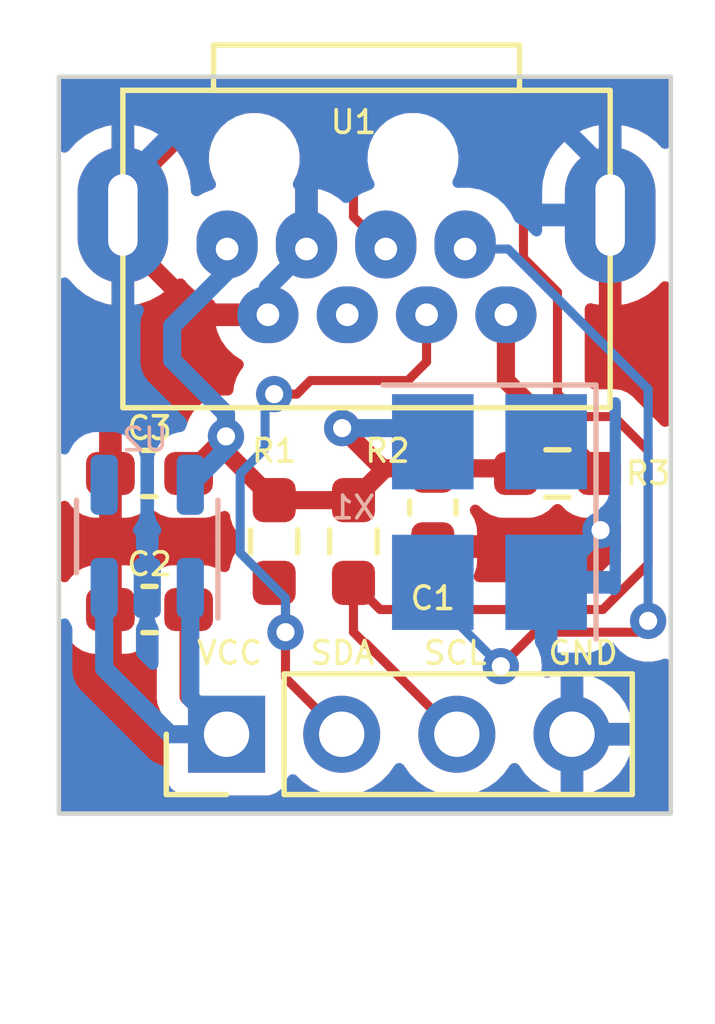
<source format=kicad_pcb>
(kicad_pcb (version 20221018) (generator pcbnew)
  (layers (0 "F.Cu" signal) (31 "B.Cu" signal) (34 "B.Paste" user) (35 "F.Paste" user) (36 "B.SilkS" user "B.Silkscreen") (37 "F.SilkS" user "F.Silkscreen") (38 "B.Mask" user) (39 "F.Mask" user) (44 "Edge.Cuts" user))
  (net 0 "")
  (net 1 "+3.3V")
  (net 2 "GND")
  (net 3 "+5V")
  (net 4 "/SDA")
  (net 5 "/SCL")
  (net 6 "Net-(U1-RESET)")
  (net 8 "/CLK")
  (footprint "Capacitor_SMD:C_0603_1608Metric_Pad1.08x0.95mm_HandSolder" (layer "F.Cu") (at 157 87.5 -90)
    (fp_text reference "C1" (at 2 0 -180) (layer "F.SilkS") (effects (font (size 0.5 0.5) (thickness 0.08))))
    (fp_text value "0.1uF")
    (fp_line (start -0.146267 -0.51) (end 0.146267 -0.51) (stroke (width 0.12)) (layer "F.SilkS"))
    (fp_line (start -0.146267 0.51) (end 0.146267 0.51) (stroke (width 0.12)) (layer "F.SilkS"))
    (pad "1" smd roundrect (at -0.8625 0 270) (size 1.075 0.95) (layers "F.Cu" "F.Paste" "F.Mask") (net 1 "+3.3V"))
    (pad "2" smd roundrect (at 0.8625 0 270) (size 1.075 0.95) (layers "F.Cu" "F.Paste" "F.Mask") (net 2 "GND"))
  )
  (footprint "Capacitor_SMD:C_0603_1608Metric_Pad1.08x0.95mm_HandSolder" (layer "F.Cu") (at 150.75 86.75 180)
    (fp_text reference "C3" (at 0 1) (layer "F.SilkS") (effects (font (size 0.5 0.5) (thickness 0.08))))
    (fp_text value "1uF")
    (fp_line (start -0.146267 -0.51) (end 0.146267 -0.51) (stroke (width 0.12)) (layer "F.SilkS"))
    (fp_line (start -0.146267 0.51) (end 0.146267 0.51) (stroke (width 0.12)) (layer "F.SilkS"))
    (pad "1" smd roundrect (at -0.8625 0 180) (size 1.075 0.95) (layers "F.Cu" "F.Paste" "F.Mask") (net 1 "+3.3V"))
    (pad "2" smd roundrect (at 0.8625 0 180) (size 1.075 0.95) (layers "F.Cu" "F.Paste" "F.Mask") (net 2 "GND"))
  )
  (footprint "Resistor_SMD:R_0603_1608Metric_Pad0.98x0.95mm_HandSolder" (layer "F.Cu") (at 159.75 86.75)
    (fp_text reference "R3" (at 2 0) (layer "F.SilkS") (effects (font (size 0.5 0.5) (thickness 0.08))))
    (fp_text value "330K")
    (fp_line (start -0.254724 -0.5225) (end 0.254724 -0.5225) (stroke (width 0.12)) (layer "F.SilkS"))
    (fp_line (start -0.254724 0.5225) (end 0.254724 0.5225) (stroke (width 0.12)) (layer "F.SilkS"))
    (pad "1" smd roundrect (at -0.9125 0) (size 0.975 0.95) (layers "F.Cu" "F.Paste" "F.Mask") (net 1 "+3.3V"))
    (pad "2" smd roundrect (at 0.9125 0) (size 0.975 0.95) (layers "F.Cu" "F.Paste" "F.Mask") (net 6 "Net-(U1-RESET)"))
  )
  (footprint "GUN4IR:wiimote-pixart-camera" (layer "F.Cu") (at 155.4625 80.8)
    (fp_text reference "U1" (at -0.2125 -1.8 unlocked) (layer "F.SilkS") (effects (font (size 0.5 0.5) (thickness 0.08))))
    (fp_text value "~")
    (fp_rect (start -5.3 -2.5) (end 5.45 4.5) (stroke (width 0.12)) (fill none) (layer "F.SilkS"))
    (fp_rect (start -3.3 -2.5) (end 3.45 -3.5) (stroke (width 0.12)) (fill none) (layer "F.SilkS"))
    (pad "" np_thru_hole circle (at -2.4 -1) (size 0.75 0.75) (drill 1.5) (layers "F&B.Cu" "*.Mask"))
    (pad "" np_thru_hole circle (at 1.1 -1) (size 0.75 0.75) (drill 1.5) (layers "F&B.Cu" "*.Mask"))
    (pad "1" thru_hole oval (at -3 1) (size 1.35 1.5) (drill 0.5 (offset 0 -0.1)) (layers "*.Cu" "B.Mask") (net 1 "+3.3V"))
    (pad "2" thru_hole oval (at -2.1 2.45) (size 1.35 1.25) (drill 0.5) (layers "*.Cu" "B.Mask") (net 2 "GND"))
    (pad "3" thru_hole oval (at -1.25 1) (size 1.35 1.5) (drill 0.5 (offset 0 -0.1)) (layers "*.Cu" "B.Mask") (net 2 "GND"))
    (pad "4" thru_hole oval (at -0.35 2.45) (size 1.35 1.25) (drill 0.5) (layers "*.Cu" "B.Mask"))
    (pad "5" thru_hole oval (at 0.5 1) (size 1.35 1.5) (drill 0.5 (offset 0 -0.1)) (layers "*.Cu" "B.Mask") (net 5 "/SCL"))
    (pad "6" thru_hole oval (at 1.4 2.45) (size 1.35 1.25) (drill 0.5) (layers "*.Cu" "B.Mask") (net 4 "/SDA"))
    (pad "7" thru_hole oval (at 2.25 1) (size 1.35 1.5) (drill 0.5 (offset 0 -0.1)) (layers "*.Cu" "B.Mask") (net 8 "/CLK"))
    (pad "8" thru_hole oval (at 3.15 2.45) (size 1.35 1.25) (drill 0.5) (layers "*.Cu" "B.Mask") (net 6 "Net-(U1-RESET)"))
    (pad "MP" thru_hole oval (at -5.3 0.25) (size 2 3) (drill oval 0.65 1.8) (layers "*.Cu" "B.Mask") (net 2 "GND"))
    (pad "MP" thru_hole oval (at 5.45 0.25) (size 2 3) (drill oval 0.65 1.8) (layers "*.Cu" "B.Mask") (net 2 "GND"))
  )
  (footprint "Connector_PinHeader_2.54mm:PinHeader_1x04_P2.54mm_Vertical" (layer "F.Cu") (at 152.45 92.5 90)
    (fp_text reference "J1" hide)
    (fp_text value "Conn_01x04_Pin")
    (fp_line (start -1.33 -1.33) (end 0 -1.33) (stroke (width 0.12)) (layer "F.SilkS"))
    (fp_line (start -1.33 0) (end -1.33 -1.33) (stroke (width 0.12)) (layer "F.SilkS"))
    (fp_line (start -1.33 1.27) (end -1.33 8.95) (stroke (width 0.12)) (layer "F.SilkS"))
    (fp_line (start -1.33 1.27) (end 1.33 1.27) (stroke (width 0.12)) (layer "F.SilkS"))
    (fp_line (start -1.33 8.95) (end 1.33 8.95) (stroke (width 0.12)) (layer "F.SilkS"))
    (fp_line (start 1.33 1.27) (end 1.33 8.95) (stroke (width 0.12)) (layer "F.SilkS"))
    (pad "1" thru_hole rect (at 0 0 90) (size 1.7 1.7) (drill 1) (layers "*.Cu" "*.Mask") (net 3 "+5V"))
    (pad "2" thru_hole oval (at 0 2.54 90) (size 1.7 1.7) (drill 1) (layers "*.Cu" "*.Mask") (net 4 "/SDA"))
    (pad "3" thru_hole oval (at 0 5.08 90) (size 1.7 1.7) (drill 1) (layers "*.Cu" "*.Mask") (net 5 "/SCL"))
    (pad "4" thru_hole oval (at 0 7.62 90) (size 1.7 1.7) (drill 1) (layers "*.Cu" "*.Mask") (net 2 "GND"))
  )
  (footprint "Resistor_SMD:R_0603_1608Metric_Pad0.98x0.95mm_HandSolder" (layer "F.Cu") (at 155.25 88.25 90)
    (fp_text reference "R2" (at 2 0.75 180) (layer "F.SilkS") (effects (font (size 0.5 0.5) (thickness 0.08))))
    (fp_text value "2.7K")
    (fp_line (start -0.254724 -0.5225) (end 0.254724 -0.5225) (stroke (width 0.12)) (layer "F.SilkS"))
    (fp_line (start -0.254724 0.5225) (end 0.254724 0.5225) (stroke (width 0.12)) (layer "F.SilkS"))
    (pad "1" smd roundrect (at -0.9125 0 90) (size 0.975 0.95) (layers "F.Cu" "F.Paste" "F.Mask") (net 5 "/SCL"))
    (pad "2" smd roundrect (at 0.9125 0 90) (size 0.975 0.95) (layers "F.Cu" "F.Paste" "F.Mask") (net 1 "+3.3V"))
  )
  (footprint "Resistor_SMD:R_0603_1608Metric_Pad0.98x0.95mm_HandSolder" (layer "F.Cu") (at 153.5 88.25 -90)
    (fp_text reference "R1" (at -2 0) (layer "F.SilkS") (effects (font (size 0.5 0.5) (thickness 0.08))))
    (fp_text value "2.7K")
    (fp_line (start -0.254724 -0.5225) (end 0.254724 -0.5225) (stroke (width 0.12)) (layer "F.SilkS"))
    (fp_line (start -0.254724 0.5225) (end 0.254724 0.5225) (stroke (width 0.12)) (layer "F.SilkS"))
    (pad "1" smd roundrect (at -0.9125 0 270) (size 0.975 0.95) (layers "F.Cu" "F.Paste" "F.Mask") (net 1 "+3.3V"))
    (pad "2" smd roundrect (at 0.9125 0 270) (size 0.975 0.95) (layers "F.Cu" "F.Paste" "F.Mask") (net 4 "/SDA"))
  )
  (footprint "Capacitor_SMD:C_0603_1608Metric_Pad1.08x0.95mm_HandSolder" (layer "F.Cu") (at 150.75 89.75 180)
    (fp_text reference "C2" (at 0 1) (layer "F.SilkS") (effects (font (size 0.5 0.5) (thickness 0.08))))
    (fp_text value "1uF")
    (fp_line (start -0.146267 -0.51) (end 0.146267 -0.51) (stroke (width 0.12)) (layer "F.SilkS"))
    (fp_line (start -0.146267 0.51) (end 0.146267 0.51) (stroke (width 0.12)) (layer "F.SilkS"))
    (pad "1" smd roundrect (at -0.8625 0 180) (size 1.075 0.95) (layers "F.Cu" "F.Paste" "F.Mask") (net 3 "+5V"))
    (pad "2" smd roundrect (at 0.8625 0 180) (size 1.075 0.95) (layers "F.Cu" "F.Paste" "F.Mask") (net 2 "GND"))
  )
  (footprint "Oscillator:Oscillator_SMD_SeikoEpson_SG8002CE-4Pin_3.2x2.5mm_HandSoldering" (layer "B.Cu") (at 158.25 87.6 -90)
    (fp_text reference "X1" (at -0.1 3 180) (layer "B.SilkS") (effects (font (size 0.5 0.5) (thickness 0.08)) (justify mirror)))
    (fp_text value "SG3225CAN 24.0000M-TJGA3")
    (fp_line (start -2.8 -2.35) (end 2.8 -2.35) (stroke (width 0.12)) (layer "B.SilkS"))
    (fp_line (start -2.8 2.35) (end -2.8 -2.35) (stroke (width 0.12)) (layer "B.SilkS"))
    (pad "1" smd rect (at -1.55 -1.25 270) (size 2.1 1.8) (layers "B.Cu" "B.Paste" "B.Mask"))
    (pad "2" smd rect (at 1.55 -1.25 270) (size 2.1 1.8) (layers "B.Cu" "B.Paste" "B.Mask") (net 2 "GND"))
    (pad "3" smd rect (at 1.55 1.25 270) (size 2.1 1.8) (layers "B.Cu" "B.Paste" "B.Mask") (net 8 "/CLK"))
    (pad "4" smd rect (at -1.55 1.25 270) (size 2.1 1.8) (layers "B.Cu" "B.Paste" "B.Mask") (net 1 "+3.3V"))
  )
  (footprint "Package_TO_SOT_SMD:SOT-23-5" (layer "B.Cu") (at 150.7 88.1375 90)
    (fp_text reference "U2" (at 2.1375 -0.05) (layer "B.SilkS") (effects (font (size 0.5 0.5) (thickness 0.08)) (justify mirror)))
    (fp_text value "AP2112-3.3V")
    (fp_line (start 0 -1.56) (end -0.8 -1.56) (stroke (width 0.12)) (layer "B.SilkS"))
    (fp_line (start 0 -1.56) (end 0.8 -1.56) (stroke (width 0.12)) (layer "B.SilkS"))
    (fp_line (start 0 1.56) (end -1.8 1.56) (stroke (width 0.12)) (layer "B.SilkS"))
    (fp_line (start 0 1.56) (end 0.8 1.56) (stroke (width 0.12)) (layer "B.SilkS"))
    (pad "1" smd roundrect (at -1.1375 0.95 90) (size 1.325 0.6) (layers "B.Cu" "B.Paste" "B.Mask") (net 3 "+5V"))
    (pad "2" smd roundrect (at -1.1375 0 90) (size 1.325 0.6) (layers "B.Cu" "B.Paste" "B.Mask") (net 2 "GND"))
    (pad "3" smd roundrect (at -1.1375 -0.95 90) (size 1.325 0.6) (layers "B.Cu" "B.Paste" "B.Mask") (net 3 "+5V"))
    (pad "4" smd roundrect (at 1.1375 -0.95 90) (size 1.325 0.6) (layers "B.Cu" "B.Paste" "B.Mask"))
    (pad "5" smd roundrect (at 1.1375 0.95 90) (size 1.325 0.6) (layers "B.Cu" "B.Paste" "B.Mask") (net 1 "+3.3V"))
  )
  (gr_rect (start 148.75 78) (end 162.25 94.25) (stroke (width 0.1)) (fill none) (layer "Edge.Cuts"))
  (gr_text "VCC" (at 151.75 91) (layer "F.SilkS") (effects (font (size 0.5 0.5) (thickness 0.08)) (justify left bottom)))
  (gr_text "SCL" (at 156.75 91) (layer "F.SilkS") (effects (font (size 0.5 0.5) (thickness 0.08)) (justify left bottom)))
  (gr_text "GND" (at 159.5 91) (layer "F.SilkS") (effects (font (size 0.5 0.5) (thickness 0.08)) (justify left bottom)))
  (gr_text "SDA" (at 154.25 91) (layer "F.SilkS") (effects (font (size 0.5 0.5) (thickness 0.08)) (justify left bottom)))
  (segment (start 155.8875 86.6375) (end 155 85.75) (width 0.4) (layer "F.Cu") (net 1))
  (segment (start 157 86.6375) (end 158.7 86.6375) (width 0.4) (layer "F.Cu") (net 1))
  (segment (start 153.5 87.3375) (end 155.25 87.3375) (width 0.4) (layer "F.Cu") (net 1))
  (segment (start 155.95 86.6375) (end 155.25 87.3375) (width 0.4) (layer "F.Cu") (net 1))
  (segment (start 152.437492 85.931843) (end 152.437492 86.274992) (width 0.4) (layer "F.Cu") (net 1))
  (segment (start 156.25 86.6375) (end 155.8875 86.6375) (width 0.4) (layer "F.Cu") (net 1))
  (segment (start 156.25 86.6375) (end 155.95 86.6375) (width 0.4) (layer "F.Cu") (net 1))
  (segment (start 157 86.6375) (end 156.25 86.6375) (width 0.4) (layer "F.Cu") (net 1))
  (segment (start 152.437492 86.274992) (end 153.5 87.3375) (width 0.4) (layer "F.Cu") (net 1))
  (segment (start 151.619335 86.75) (end 152.437492 85.931843) (width 0.4) (layer "F.Cu") (net 1))
  (via (at 155 85.75) (size 0.8) (drill 0.4) (layers "F.Cu" "B.Cu") (net 1))
  (via (at 152.437492 85.931843) (size 0.8) (drill 0.4) (layers "F.Cu" "B.Cu") (net 1))
  (segment (start 152.5 86.15) (end 151.65 87) (width 0.4) (layer "B.Cu") (net 1))
  (segment (start 156.7 85.75) (end 157 86.05) (width 0.4) (layer "B.Cu") (net 1))
  (segment (start 151.25 83.5) (end 152.4625 82.2875) (width 0.4) (layer "B.Cu") (net 1))
  (segment (start 152.437492 85.437492) (end 151.25 84.25) (width 0.4) (layer "B.Cu") (net 1))
  (segment (start 152.4625 82.2875) (end 152.4625 81.8) (width 0.4) (layer "B.Cu") (net 1))
  (segment (start 155 85.75) (end 156.7 85.75) (width 0.4) (layer "B.Cu") (net 1))
  (segment (start 152.437492 85.931843) (end 152.437492 85.437492) (width 0.4) (layer "B.Cu") (net 1))
  (segment (start 151.25 84.25) (end 151.25 83.5) (width 0.4) (layer "B.Cu") (net 1))
  (segment (start 160.338 88.3625) (end 160.7005 88) (width 0.4) (layer "F.Cu") (net 2))
  (segment (start 154.2625 79.1125) (end 154.2625 81.75) (width 0.4) (layer "F.Cu") (net 2))
  (segment (start 157 88.3625) (end 160.338 88.3625) (width 0.4) (layer "F.Cu") (net 2))
  (segment (start 150.1625 80.55) (end 152.1125 78.6) (width 0.4) (layer "F.Cu") (net 2))
  (segment (start 151.8625 83.25) (end 153.3625 83.25) (width 0.4) (layer "F.Cu") (net 2))
  (segment (start 153.75 78.6) (end 154.2625 79.1125) (width 0.4) (layer "F.Cu") (net 2))
  (segment (start 150.1625 81.55) (end 151.8625 83.25) (width 0.4) (layer "F.Cu") (net 2))
  (segment (start 152.1125 78.6) (end 153.75 78.6) (width 0.4) (layer "F.Cu") (net 2))
  (via (at 160.7005 88) (size 0.8) (drill 0.4) (layers "F.Cu" "B.Cu") (net 2))
  (segment (start 150.1625 80.3375) (end 152 78.5) (width 0.4) (layer "B.Cu") (net 2))
  (segment (start 152 78.5) (end 159.25 78.5) (width 0.4) (layer "B.Cu") (net 2))
  (segment (start 160.7005 88) (end 160.07 88.6305) (width 0.4) (layer "B.Cu") (net 2))
  (segment (start 160.7005 88) (end 160.65 88) (width 0.4) (layer "B.Cu") (net 2))
  (segment (start 153.3625 83.25) (end 153.3625 82.65) (width 0.4) (layer "B.Cu") (net 2))
  (segment (start 153.3625 82.65) (end 154.2125 81.8) (width 0.4) (layer "B.Cu") (net 2))
  (segment (start 159.25 78.5) (end 160.9125 80.1625) (width 0.4) (layer "B.Cu") (net 2))
  (segment (start 151.6125 91.6625) (end 152.45 92.5) (width 0.4) (layer "F.Cu") (net 3))
  (segment (start 151.6125 89.75) (end 151.6125 91.6625) (width 0.4) (layer "F.Cu") (net 3))
  (segment (start 151.2 92.5) (end 149.75 91.05) (width 0.4) (layer "B.Cu") (net 3))
  (segment (start 152.45 92.5) (end 151.2 92.5) (width 0.4) (layer "B.Cu") (net 3))
  (segment (start 152.45 92.5) (end 151.65 91.7) (width 0.4) (layer "B.Cu") (net 3))
  (segment (start 151.65 91.7) (end 151.65 89.275) (width 0.4) (layer "B.Cu") (net 3))
  (segment (start 149.75 91.05) (end 149.75 89.275) (width 0.4) (layer "B.Cu") (net 3))
  (segment (start 154.3 84.7) (end 156.45 84.7) (width 0.2) (layer "F.Cu") (net 4))
  (segment (start 153.75 91.26) (end 153.75 90.25) (width 0.2) (layer "F.Cu") (net 4))
  (segment (start 154.99 92.5) (end 153.75 91.26) (width 0.2) (layer "F.Cu") (net 4))
  (segment (start 156.8625 84.2875) (end 156.45 84.7) (width 0.2) (layer "F.Cu") (net 4))
  (segment (start 156.8625 83.25) (end 156.8625 84.2875) (width 0.2) (layer "F.Cu") (net 4))
  (segment (start 154 85) (end 153.5 85) (width 0.2) (layer "F.Cu") (net 4))
  (segment (start 153.75 90.25) (end 153.75 89.4125) (width 0.2) (layer "F.Cu") (net 4))
  (segment (start 154.3 84.7) (end 154 85) (width 0.2) (layer "F.Cu") (net 4))
  (via (at 153.75 90.25) (size 0.8) (drill 0.4) (layers "F.Cu" "B.Cu") (net 4))
  (via (at 153.5 85) (size 0.8) (drill 0.4) (layers "F.Cu" "B.Cu") (net 4))
  (segment (start 153.3 85.2) (end 153.3 86.2) (width 0.2) (layer "B.Cu") (net 4))
  (segment (start 153.75 89.5) (end 153.75 90.25) (width 0.2) (layer "B.Cu") (net 4))
  (segment (start 152.75 88.5) (end 153.75 89.5) (width 0.2) (layer "B.Cu") (net 4))
  (segment (start 153.3 86.2) (end 152.75 86.75) (width 0.2) (layer "B.Cu") (net 4))
  (segment (start 153.5 85) (end 153.3 85.2) (width 0.2) (layer "B.Cu") (net 4))
  (segment (start 152.75 86.75) (end 152.75 88.5) (width 0.2) (layer "B.Cu") (net 4))
  (segment (start 156.106865 78.7) (end 155.25 79.556865) (width 0.2) (layer "F.Cu") (net 5))
  (segment (start 155.25 90.25) (end 155.5 90.5) (width 0.2) (layer "F.Cu") (net 5))
  (segment (start 160.994486 85.494486) (end 160.255514 85.494486) (width 0.2) (layer "F.Cu") (net 5))
  (segment (start 155.25 89.1625) (end 155.8375 89.75) (width 0.2) (layer "F.Cu") (net 5))
  (segment (start 155.25 89.1625) (end 155.25 90.25) (width 0.2) (layer "F.Cu") (net 5))
  (segment (start 155.25 81.0875) (end 155.9625 81.8) (width 0.2) (layer "F.Cu") (net 5))
  (segment (start 160.75 89.75) (end 161.75 88.75) (width 0.2) (layer "F.Cu") (net 5))
  (segment (start 159.75 82.75) (end 159 82) (width 0.2) (layer "F.Cu") (net 5))
  (segment (start 160.255514 85.494486) (end 159.75 84.988972) (width 0.2) (layer "F.Cu") (net 5))
  (segment (start 157.7 78.7) (end 156.106865 78.7) (width 0.2) (layer "F.Cu") (net 5))
  (segment (start 159 82) (end 159 80) (width 0.2) (layer "F.Cu") (net 5))
  (segment (start 155.25 79.556865) (end 155.25 81.0875) (width 0.2) (layer "F.Cu") (net 5))
  (segment (start 159 80) (end 157.7 78.7) (width 0.2) (layer "F.Cu") (net 5))
  (segment (start 155.5 90.5) (end 155.53 90.5) (width 0.2) (layer "F.Cu") (net 5))
  (segment (start 155.8375 89.75) (end 160.75 89.75) (width 0.2) (layer "F.Cu") (net 5))
  (segment (start 161.75 88.75) (end 161.75 86.25) (width 0.2) (layer "F.Cu") (net 5))
  (segment (start 161.75 86.25) (end 160.994486 85.494486) (width 0.2) (layer "F.Cu") (net 5))
  (segment (start 159.75 84.988972) (end 159.75 82.75) (width 0.2) (layer "F.Cu") (net 5))
  (segment (start 155.53 90.5) (end 157.53 92.5) (width 0.2) (layer "F.Cu") (net 5))
  (segment (start 160.4125 86.5) (end 158.6125 84.7) (width 0.4) (layer "F.Cu") (net 6))
  (segment (start 158.6125 84.7) (end 158.6125 83.25) (width 0.4) (layer "F.Cu") (net 6))
  (segment (start 161.5 90.25) (end 161.75 90) (width 0.2) (layer "F.Cu") (net 8))
  (segment (start 158.5 91) (end 159.25 90.25) (width 0.2) (layer "F.Cu") (net 8))
  (segment (start 159.25 90.25) (end 161.5 90.25) (width 0.2) (layer "F.Cu") (net 8))
  (via (at 158.5 91) (size 0.8) (drill 0.4) (layers "F.Cu" "B.Cu") (net 8))
  (via (at 161.75 90) (size 0.8) (drill 0.4) (layers "F.Cu" "B.Cu") (net 8))
  (segment (start 157 89.15) (end 157 89.75) (width 0.2) (layer "B.Cu") (net 8))
  (segment (start 157.7125 81.8) (end 158.662069 81.8) (width 0.2) (layer "B.Cu") (net 8))
  (segment (start 158.662069 81.8) (end 161.75 84.887932) (width 0.2) (layer "B.Cu") (net 8))
  (segment (start 157 89.5) (end 158.5 91) (width 0.2) (layer "B.Cu") (net 8))
  (segment (start 157 89.15) (end 157 89.5) (width 0.2) (layer "B.Cu") (net 8))
  (segment (start 161.75 84.887932) (end 161.75 90) (width 0.2) (layer "B.Cu") (net 8))
  (zone (net 2) (net_name "GND") (layers "F&B.Cu") (connect_pads (clearance 0.5)) (min_thickness 0.25) (fill yes (thermal_gap 0.5) (thermal_bridge_width 0.5))
    (polygon (pts (xy 162.5 94.5) (xy 162.5 77.5) (xy 148.25 77.5) (xy 148.25 94.5)))
  )
)
</source>
